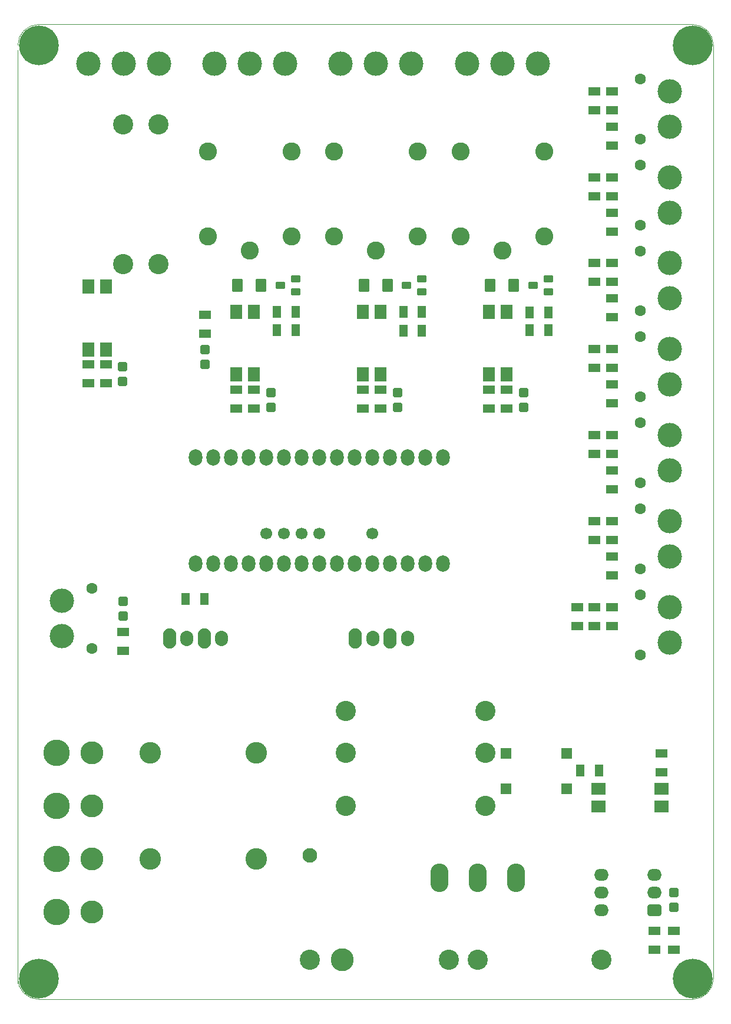
<source format=gts>
G04*
G04 #@! TF.GenerationSoftware,Altium Limited,Altium Designer,24.7.2 (38)*
G04*
G04 Layer_Color=8388736*
%FSAX43Y43*%
%MOMM*%
G71*
G04*
G04 #@! TF.SameCoordinates,CBEA9559-B170-43FD-8457-18A981A7652A*
G04*
G04*
G04 #@! TF.FilePolarity,Negative*
G04*
G01*
G75*
%ADD12C,0.100*%
%ADD28R,1.800X1.200*%
%ADD29R,1.200X1.800*%
G04:AMPARAMS|DCode=30|XSize=1.3mm|YSize=1.3mm|CornerRadius=0.17mm|HoleSize=0mm|Usage=FLASHONLY|Rotation=270.000|XOffset=0mm|YOffset=0mm|HoleType=Round|Shape=RoundedRectangle|*
%AMROUNDEDRECTD30*
21,1,1.300,0.960,0,0,270.0*
21,1,0.960,1.300,0,0,270.0*
1,1,0.340,-0.480,-0.480*
1,1,0.340,-0.480,0.480*
1,1,0.340,0.480,0.480*
1,1,0.340,0.480,-0.480*
%
%ADD30ROUNDEDRECTD30*%
%ADD31R,1.600X1.600*%
%ADD32R,2.000X1.800*%
G04:AMPARAMS|DCode=33|XSize=1.1mm|YSize=1.3mm|CornerRadius=0.2mm|HoleSize=0mm|Usage=FLASHONLY|Rotation=90.000|XOffset=0mm|YOffset=0mm|HoleType=Round|Shape=RoundedRectangle|*
%AMROUNDEDRECTD33*
21,1,1.100,0.900,0,0,90.0*
21,1,0.700,1.300,0,0,90.0*
1,1,0.400,0.450,0.350*
1,1,0.400,0.450,-0.350*
1,1,0.400,-0.450,-0.350*
1,1,0.400,-0.450,0.350*
%
%ADD33ROUNDEDRECTD33*%
G04:AMPARAMS|DCode=34|XSize=1.5mm|YSize=1.9mm|CornerRadius=0.19mm|HoleSize=0mm|Usage=FLASHONLY|Rotation=0.000|XOffset=0mm|YOffset=0mm|HoleType=Round|Shape=RoundedRectangle|*
%AMROUNDEDRECTD34*
21,1,1.500,1.520,0,0,0.0*
21,1,1.120,1.900,0,0,0.0*
1,1,0.380,0.560,-0.760*
1,1,0.380,-0.560,-0.760*
1,1,0.380,-0.560,0.760*
1,1,0.380,0.560,0.760*
%
%ADD34ROUNDEDRECTD34*%
%ADD35R,1.800X2.000*%
%ADD36C,2.100*%
%ADD37C,1.600*%
%ADD38C,3.500*%
%ADD39C,3.100*%
%ADD40C,2.900*%
%ADD41C,3.300*%
%ADD42C,1.700*%
%ADD43C,5.700*%
%ADD44C,3.800*%
%ADD45O,2.100X1.700*%
G04:AMPARAMS|DCode=46|XSize=2.1mm|YSize=1.7mm|CornerRadius=0.45mm|HoleSize=0mm|Usage=FLASHONLY|Rotation=180.000|XOffset=0mm|YOffset=0mm|HoleType=Round|Shape=RoundedRectangle|*
%AMROUNDEDRECTD46*
21,1,2.100,0.800,0,0,180.0*
21,1,1.200,1.700,0,0,180.0*
1,1,0.900,-0.600,0.400*
1,1,0.900,0.600,0.400*
1,1,0.900,0.600,-0.400*
1,1,0.900,-0.600,-0.400*
%
%ADD46ROUNDEDRECTD46*%
%ADD47O,2.600X4.100*%
%ADD48O,1.950X2.350*%
%ADD49O,1.900X2.900*%
%ADD50O,1.900X2.200*%
%ADD51C,2.600*%
D12*
X0499566Y0535195D02*
G03*
X0502566Y0538195I-0000000J0003000D01*
G01*
X0502566Y0672195D02*
G03*
X0499566Y0675195I-0003000J0000000D01*
G01*
X0405566Y0675195D02*
G03*
X0402566Y0672195I-0000000J-0003000D01*
G01*
X0402566Y0538195D02*
G03*
X0405566Y0535195I0003000J-0000000D01*
G01*
X0402566Y0537495D02*
X0402566Y0671495D01*
X0405566Y0535195D02*
X0499566Y0535195D01*
X0502566Y0538195D02*
X0502566Y0672195D01*
X0405566Y0675195D02*
X0499566Y0675195D01*
D28*
X0485473Y0591527D02*
D03*
Y0588827D02*
D03*
X0487973D02*
D03*
Y0591527D02*
D03*
X0482973Y0588827D02*
D03*
Y0591527D02*
D03*
X0495066Y0567768D02*
D03*
Y0570468D02*
D03*
X0496841Y0542282D02*
D03*
Y0544982D02*
D03*
X0494041D02*
D03*
Y0542282D02*
D03*
X0452152Y0620024D02*
D03*
Y0622724D02*
D03*
X0434002Y0620024D02*
D03*
Y0622724D02*
D03*
X0470302Y0620024D02*
D03*
Y0622724D02*
D03*
X0417709Y0585224D02*
D03*
X0417709Y0587924D02*
D03*
X0429508Y0633508D02*
D03*
X0429508Y0630808D02*
D03*
X0412697Y0623650D02*
D03*
Y0626350D02*
D03*
X0415237Y0626350D02*
D03*
Y0623650D02*
D03*
X0485473Y0665597D02*
D03*
Y0662897D02*
D03*
X0487973Y0657817D02*
D03*
Y0660517D02*
D03*
Y0665597D02*
D03*
Y0662897D02*
D03*
X0436542Y0620024D02*
D03*
Y0622724D02*
D03*
X0485473Y0653252D02*
D03*
Y0650552D02*
D03*
X0487973Y0645472D02*
D03*
Y0648172D02*
D03*
Y0653252D02*
D03*
Y0650552D02*
D03*
X0485473Y0640907D02*
D03*
Y0638207D02*
D03*
X0454692Y0620024D02*
D03*
Y0622724D02*
D03*
X0487973Y0633127D02*
D03*
Y0635827D02*
D03*
Y0640907D02*
D03*
Y0638207D02*
D03*
X0485473Y0628562D02*
D03*
Y0625862D02*
D03*
X0487973Y0620782D02*
D03*
Y0623482D02*
D03*
Y0628562D02*
D03*
Y0625862D02*
D03*
X0472842Y0620024D02*
D03*
Y0622724D02*
D03*
X0485473Y0616217D02*
D03*
X0485473Y0613517D02*
D03*
X0487973Y0608437D02*
D03*
Y0611137D02*
D03*
Y0616217D02*
D03*
Y0613517D02*
D03*
X0485473Y0603872D02*
D03*
Y0601172D02*
D03*
X0487973Y0596092D02*
D03*
Y0598792D02*
D03*
Y0603872D02*
D03*
X0487973Y0601172D02*
D03*
D29*
X0426656Y0592646D02*
D03*
X0429355D02*
D03*
X0486121Y0568028D02*
D03*
X0483421D02*
D03*
X0457972Y0633958D02*
D03*
X0460672D02*
D03*
Y0631224D02*
D03*
X0457972D02*
D03*
X0439822Y0633958D02*
D03*
X0442522D02*
D03*
X0442522Y0631258D02*
D03*
X0439822D02*
D03*
X0476122Y0633858D02*
D03*
X0478822D02*
D03*
X0478822Y0631258D02*
D03*
X0476122D02*
D03*
D30*
X0496841Y0548422D02*
D03*
Y0550522D02*
D03*
X0457145Y0620220D02*
D03*
Y0622320D02*
D03*
X0438995Y0620220D02*
D03*
Y0622320D02*
D03*
X0475295Y0620221D02*
D03*
Y0622320D02*
D03*
X0417709Y0590224D02*
D03*
Y0592324D02*
D03*
X0429508Y0628508D02*
D03*
X0429508Y0626408D02*
D03*
X0417591Y0623946D02*
D03*
Y0626046D02*
D03*
D31*
X0472721Y0570543D02*
D03*
Y0565443D02*
D03*
X0481421Y0570543D02*
D03*
Y0565443D02*
D03*
D32*
X0495066D02*
D03*
X0486066D02*
D03*
X0495066Y0562903D02*
D03*
X0486066D02*
D03*
D33*
X0460672Y0636791D02*
D03*
Y0638691D02*
D03*
X0458472Y0637741D02*
D03*
X0442522Y0636791D02*
D03*
Y0638691D02*
D03*
X0440322Y0637741D02*
D03*
X0478822Y0636791D02*
D03*
Y0638691D02*
D03*
X0476622Y0637741D02*
D03*
D34*
X0455709Y0637741D02*
D03*
X0452309D02*
D03*
X0437559Y0637741D02*
D03*
X0434159D02*
D03*
X0473859Y0637741D02*
D03*
X0470459D02*
D03*
D35*
X0454692Y0624909D02*
D03*
Y0633909D02*
D03*
X0452152Y0624909D02*
D03*
Y0633909D02*
D03*
X0436542Y0624909D02*
D03*
Y0633909D02*
D03*
X0434002Y0624909D02*
D03*
Y0633909D02*
D03*
X0472842Y0624909D02*
D03*
Y0633909D02*
D03*
X0470302Y0624909D02*
D03*
Y0633909D02*
D03*
X0415237Y0628535D02*
D03*
Y0637535D02*
D03*
X0412697Y0628535D02*
D03*
Y0637535D02*
D03*
D36*
X0444541Y0555848D02*
D03*
Y0540848D02*
D03*
D37*
X0492011Y0584682D02*
D03*
Y0593292D02*
D03*
X0492011Y0646407D02*
D03*
Y0655017D02*
D03*
X0492011Y0658752D02*
D03*
X0492011Y0667362D02*
D03*
X0413223Y0594172D02*
D03*
Y0585562D02*
D03*
X0492011Y0634062D02*
D03*
Y0642672D02*
D03*
Y0597027D02*
D03*
Y0605637D02*
D03*
Y0609372D02*
D03*
Y0617982D02*
D03*
X0492011Y0621717D02*
D03*
Y0630327D02*
D03*
D38*
X0496311Y0591527D02*
D03*
Y0586447D02*
D03*
X0496311Y0653252D02*
D03*
Y0648172D02*
D03*
Y0665597D02*
D03*
X0496311Y0660517D02*
D03*
X0408923Y0587328D02*
D03*
X0408923Y0592408D02*
D03*
X0496311Y0640907D02*
D03*
Y0635827D02*
D03*
Y0603872D02*
D03*
Y0598792D02*
D03*
X0496311Y0616217D02*
D03*
X0496311Y0611137D02*
D03*
Y0628562D02*
D03*
X0496311Y0623482D02*
D03*
X0459139Y0669602D02*
D03*
X0454059D02*
D03*
X0448979D02*
D03*
X0440989Y0669602D02*
D03*
X0435909D02*
D03*
X0430829D02*
D03*
X0477289Y0669602D02*
D03*
X0472209D02*
D03*
X0467129D02*
D03*
X0422832Y0669569D02*
D03*
X0417752D02*
D03*
X0412672D02*
D03*
D39*
X0421601Y0570588D02*
D03*
X0436841D02*
D03*
Y0555348D02*
D03*
X0421601D02*
D03*
D40*
X0449741Y0562968D02*
D03*
X0469741D02*
D03*
Y0576608D02*
D03*
X0449741D02*
D03*
X0469741Y0570588D02*
D03*
X0449741Y0570588D02*
D03*
X0468641Y0540848D02*
D03*
X0486421D02*
D03*
X0444541D02*
D03*
X0464541D02*
D03*
X0417672Y0660819D02*
D03*
Y0640819D02*
D03*
X0422752Y0660819D02*
D03*
Y0640819D02*
D03*
D41*
X0449166Y0540848D02*
D03*
X0413221Y0547728D02*
D03*
Y0555348D02*
D03*
Y0562968D02*
D03*
Y0570588D02*
D03*
D42*
X0438301Y0602084D02*
D03*
X0440841Y0602084D02*
D03*
X0443381Y0602084D02*
D03*
X0445921Y0602084D02*
D03*
X0453541D02*
D03*
D43*
X0499566Y0538195D02*
D03*
X0405566Y0538195D02*
D03*
X0405566Y0672195D02*
D03*
X0499566D02*
D03*
D44*
X0408141Y0547728D02*
D03*
Y0562968D02*
D03*
Y0555348D02*
D03*
Y0570588D02*
D03*
D45*
X0486421Y0550522D02*
D03*
X0494041D02*
D03*
X0486421Y0547982D02*
D03*
Y0553062D02*
D03*
X0494041D02*
D03*
D46*
Y0547982D02*
D03*
D47*
X0468641Y0552643D02*
D03*
X0474141D02*
D03*
X0463141D02*
D03*
D48*
X0438301Y0613024D02*
D03*
X0428141D02*
D03*
X0430681Y0613024D02*
D03*
X0433221Y0613024D02*
D03*
X0435761Y0613024D02*
D03*
X0440841Y0613024D02*
D03*
X0443381Y0613024D02*
D03*
X0445921D02*
D03*
X0448461D02*
D03*
X0451001Y0613024D02*
D03*
X0453541Y0613024D02*
D03*
X0456081Y0613024D02*
D03*
X0458621Y0613024D02*
D03*
X0461161Y0613024D02*
D03*
X0463701D02*
D03*
X0428141Y0597784D02*
D03*
X0430681D02*
D03*
X0433221Y0597784D02*
D03*
X0435761Y0597784D02*
D03*
X0438301Y0597784D02*
D03*
X0440841D02*
D03*
X0443381D02*
D03*
X0445921Y0597784D02*
D03*
X0448461Y0597784D02*
D03*
X0451001D02*
D03*
X0453541D02*
D03*
X0456081Y0597784D02*
D03*
X0458621Y0597784D02*
D03*
X0461161Y0597784D02*
D03*
X0463701D02*
D03*
D49*
X0451081Y0587026D02*
D03*
X0456081D02*
D03*
X0429356Y0587049D02*
D03*
X0424356D02*
D03*
D50*
X0458581Y0587026D02*
D03*
X0453581D02*
D03*
X0426856Y0587049D02*
D03*
X0431856D02*
D03*
D51*
X0454059Y0642741D02*
D03*
X0448059Y0656941D02*
D03*
X0460059D02*
D03*
X0448059Y0644741D02*
D03*
X0460059D02*
D03*
X0435909Y0642741D02*
D03*
X0429909Y0656941D02*
D03*
X0441909D02*
D03*
X0429909Y0644741D02*
D03*
X0441909D02*
D03*
X0472209Y0642741D02*
D03*
X0466209Y0656941D02*
D03*
X0478209D02*
D03*
X0466209Y0644741D02*
D03*
X0478209D02*
D03*
M02*

</source>
